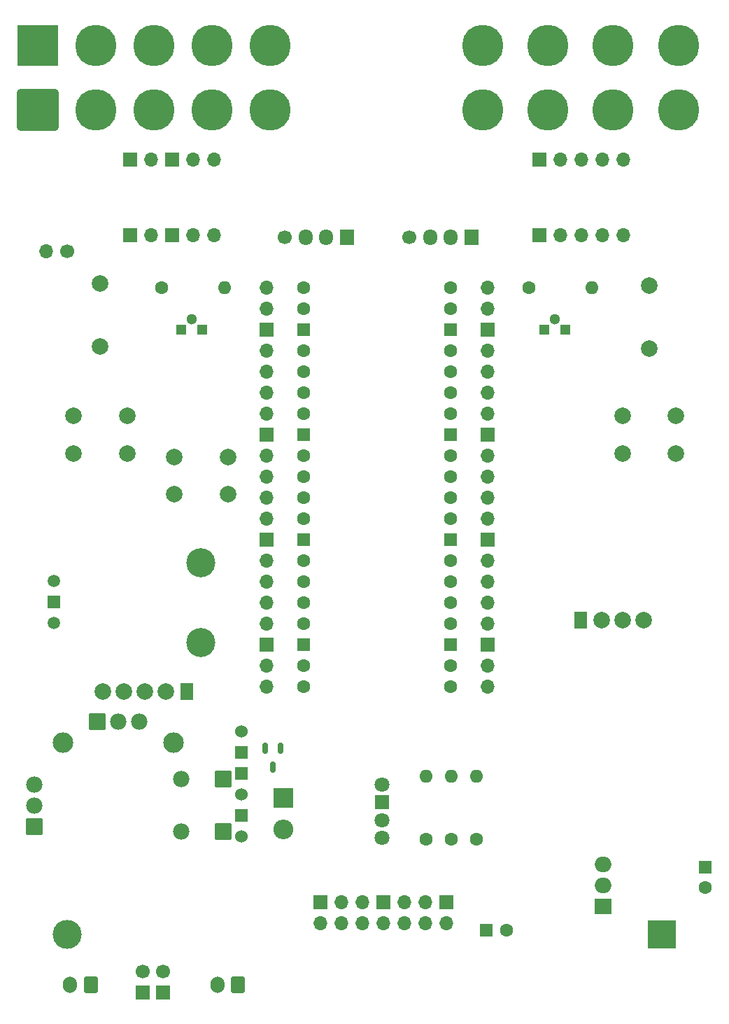
<source format=gbr>
%TF.GenerationSoftware,KiCad,Pcbnew,7.0.6*%
%TF.CreationDate,2023-09-03T15:23:35-03:00*%
%TF.ProjectId,bitdoglab_v41,62697464-6f67-46c6-9162-5f7634312e6b,rev?*%
%TF.SameCoordinates,Original*%
%TF.FileFunction,Soldermask,Bot*%
%TF.FilePolarity,Negative*%
%FSLAX46Y46*%
G04 Gerber Fmt 4.6, Leading zero omitted, Abs format (unit mm)*
G04 Created by KiCad (PCBNEW 7.0.6) date 2023-09-03 15:23:35*
%MOMM*%
%LPD*%
G01*
G04 APERTURE LIST*
G04 Aperture macros list*
%AMRoundRect*
0 Rectangle with rounded corners*
0 $1 Rounding radius*
0 $2 $3 $4 $5 $6 $7 $8 $9 X,Y pos of 4 corners*
0 Add a 4 corners polygon primitive as box body*
4,1,4,$2,$3,$4,$5,$6,$7,$8,$9,$2,$3,0*
0 Add four circle primitives for the rounded corners*
1,1,$1+$1,$2,$3*
1,1,$1+$1,$4,$5*
1,1,$1+$1,$6,$7*
1,1,$1+$1,$8,$9*
0 Add four rect primitives between the rounded corners*
20,1,$1+$1,$2,$3,$4,$5,0*
20,1,$1+$1,$4,$5,$6,$7,0*
20,1,$1+$1,$6,$7,$8,$9,0*
20,1,$1+$1,$8,$9,$2,$3,0*%
%AMFreePoly0*
4,1,5,1.000000,-0.762000,-1.000000,-0.762000,-1.000000,0.762000,1.000000,0.762000,1.000000,-0.762000,1.000000,-0.762000,$1*%
G04 Aperture macros list end*
%ADD10RoundRect,0.320515X2.179485X-2.179485X2.179485X2.179485X-2.179485X2.179485X-2.179485X-2.179485X0*%
%ADD11R,5.000000X5.000000*%
%ADD12C,5.000000*%
%ADD13RoundRect,0.102000X-0.889000X0.889000X-0.889000X-0.889000X0.889000X-0.889000X0.889000X0.889000X0*%
%ADD14C,1.982000*%
%ADD15C,2.490000*%
%ADD16C,1.700000*%
%ADD17O,1.700000X1.950000*%
%ADD18R,1.700000X1.950000*%
%ADD19C,2.000000*%
%ADD20R,1.600000X1.600000*%
%ADD21C,1.600000*%
%ADD22O,1.700000X1.700000*%
%ADD23R,1.700000X1.700000*%
%ADD24RoundRect,0.250000X0.600000X0.750000X-0.600000X0.750000X-0.600000X-0.750000X0.600000X-0.750000X0*%
%ADD25O,1.700000X2.000000*%
%ADD26C,1.800000*%
%ADD27R,1.800000X1.800000*%
%ADD28C,1.508000*%
%ADD29R,1.508000X1.508000*%
%ADD30C,3.516000*%
%ADD31R,2.400000X2.400000*%
%ADD32O,2.400000X2.400000*%
%ADD33FreePoly0,270.000000*%
%ADD34R,2.000000X1.905000*%
%ADD35O,2.000000X1.905000*%
%ADD36R,1.600000X2.000000*%
%ADD37C,3.500000*%
%ADD38R,3.500000X3.500000*%
%ADD39O,1.600000X1.600000*%
%ADD40RoundRect,0.150000X-0.150000X0.512500X-0.150000X-0.512500X0.150000X-0.512500X0.150000X0.512500X0*%
%ADD41R,1.300000X1.300000*%
%ADD42C,1.300000*%
%ADD43C,1.524000*%
%ADD44R,1.524000X1.524000*%
%ADD45RoundRect,0.200000X0.600000X0.600000X-0.600000X0.600000X-0.600000X-0.600000X0.600000X-0.600000X0*%
G04 APERTURE END LIST*
D10*
%TO.C,J7*%
X91691500Y-45758100D03*
D11*
X91691500Y-37958100D03*
%TD*%
D12*
%TO.C,J16*%
X153390600Y-45751750D03*
X153390600Y-37951750D03*
%TD*%
D13*
%TO.C,REF\u002A\u002A*%
X114096800Y-126720600D03*
X114096800Y-133070600D03*
D14*
X109016800Y-126720600D03*
X109016800Y-133070600D03*
X91236800Y-127355600D03*
X91236800Y-129895600D03*
D13*
X91236800Y-132435600D03*
D15*
X108064300Y-122275600D03*
X94729300Y-122275600D03*
D14*
X103936800Y-119735600D03*
X101396800Y-119735600D03*
D13*
X98856800Y-119735600D03*
%TD*%
D16*
%TO.C,J101*%
X136628800Y-61214000D03*
D17*
X139128800Y-61214000D03*
X141628800Y-61214000D03*
D18*
X144128800Y-61214000D03*
%TD*%
D19*
%TO.C,SW2*%
X95989000Y-82804000D03*
X102489000Y-82804000D03*
X95989000Y-87304000D03*
X102489000Y-87304000D03*
%TD*%
%TO.C,BZ3*%
X165660000Y-67010000D03*
X165660000Y-74610000D03*
%TD*%
D20*
%TO.C,C*%
X145897600Y-144983200D03*
D21*
X148397600Y-144983200D03*
%TD*%
D22*
%TO.C,J13*%
X162555000Y-51809650D03*
X160015000Y-51809650D03*
X157475000Y-51809650D03*
X154935000Y-51809650D03*
D23*
X152395000Y-51809650D03*
%TD*%
D24*
%TO.C,CARGA_SOLAR_5V*%
X115911000Y-151638000D03*
D25*
X113411000Y-151638000D03*
%TD*%
D26*
%TO.C,D2*%
X133350000Y-127381000D03*
D27*
X133350000Y-129540000D03*
D26*
X133350000Y-131699000D03*
X133350000Y-133858000D03*
%TD*%
D23*
%TO.C,a100*%
X104350000Y-152550000D03*
%TD*%
D28*
%TO.C,U4*%
X93599000Y-102743000D03*
D29*
X93599000Y-105283000D03*
D28*
X93599000Y-107823000D03*
D30*
X111379000Y-100584000D03*
X111379000Y-110236000D03*
%TD*%
D31*
%TO.C,Diode Shottky*%
X121412000Y-128986000D03*
D32*
X121412000Y-132796000D03*
%TD*%
D12*
%TO.C,J9*%
X105712300Y-45758100D03*
X105712300Y-37958100D03*
%TD*%
D16*
%TO.C,a102*%
X104343200Y-150012400D03*
%TD*%
D23*
%TO.C,a101*%
X106850000Y-152550000D03*
%TD*%
D12*
%TO.C,J10*%
X112722700Y-45758100D03*
X112722700Y-37958100D03*
%TD*%
D23*
%TO.C,J2*%
X141071600Y-141655800D03*
D22*
X141071600Y-144195800D03*
X138531600Y-141655800D03*
X138531600Y-144195800D03*
X135991600Y-141655800D03*
X135991600Y-144195800D03*
D23*
X133451600Y-141655800D03*
D22*
X133451600Y-144195800D03*
X130911600Y-141655800D03*
X130911600Y-144195800D03*
X128371600Y-141655800D03*
X128371600Y-144195800D03*
D23*
X125831600Y-141655800D03*
D22*
X125831600Y-144195800D03*
%TD*%
D24*
%TO.C,V_BAT*%
X98074800Y-151638000D03*
D25*
X95574800Y-151638000D03*
%TD*%
D16*
%TO.C,J4*%
X95250000Y-62890400D03*
D22*
X92710000Y-62890400D03*
%TD*%
%TO.C,J12*%
X162555000Y-60960000D03*
X160015000Y-60960000D03*
X157475000Y-60960000D03*
X154935000Y-60960000D03*
D23*
X152395000Y-60960000D03*
%TD*%
D33*
%TO.C,J19*%
X109720000Y-116100000D03*
D19*
X107180000Y-116100000D03*
X104640000Y-116100000D03*
X102100000Y-116100000D03*
X99560000Y-116100000D03*
%TD*%
D12*
%TO.C,J18*%
X169189400Y-45751750D03*
X169189400Y-37951750D03*
%TD*%
%TO.C,J15*%
X145491200Y-45751750D03*
X145491200Y-37951750D03*
%TD*%
D19*
%TO.C,BZ1*%
X99239000Y-66756000D03*
X99239000Y-74356000D03*
%TD*%
D34*
%TO.C,U1*%
X160070800Y-142087600D03*
D35*
X160070800Y-139547600D03*
X160070800Y-137007600D03*
%TD*%
D16*
%TO.C,a103*%
X106843200Y-150012400D03*
%TD*%
D12*
%TO.C,J17*%
X161290000Y-45751750D03*
X161290000Y-37951750D03*
%TD*%
D16*
%TO.C,J100*%
X121582800Y-61214000D03*
D17*
X124082800Y-61214000D03*
X126582800Y-61214000D03*
D18*
X129082800Y-61214000D03*
%TD*%
D19*
%TO.C,SW3*%
X162410000Y-82804000D03*
X168910000Y-82804000D03*
X162410000Y-87304000D03*
X168910000Y-87304000D03*
%TD*%
D12*
%TO.C,J11*%
X119733100Y-45758100D03*
X119733100Y-37958100D03*
%TD*%
D36*
%TO.C,OLED*%
X157403800Y-107492800D03*
D19*
X159943800Y-107492800D03*
X162483800Y-107492800D03*
X165023800Y-107492800D03*
%TD*%
D22*
%TO.C,J5*%
X113030000Y-60950000D03*
X110490000Y-60950000D03*
D23*
X107950000Y-60950000D03*
D22*
X105410000Y-60950000D03*
D23*
X102870000Y-60950000D03*
%TD*%
%TO.C,J6*%
X102880000Y-51816000D03*
D22*
X105420000Y-51816000D03*
D23*
X107960000Y-51816000D03*
D22*
X110500000Y-51816000D03*
X113040000Y-51816000D03*
%TD*%
D20*
%TO.C,C*%
X172415200Y-137363200D03*
D21*
X172415200Y-139863200D03*
%TD*%
D12*
%TO.C,J8*%
X98701900Y-45758100D03*
X98701900Y-37958100D03*
%TD*%
D37*
%TO.C,BT1*%
X95199200Y-145542000D03*
D38*
X167199200Y-145542000D03*
%TD*%
D21*
%TO.C,Rg 220*%
X138684000Y-133985000D03*
D39*
X138684000Y-126365000D03*
%TD*%
D19*
%TO.C,SW1*%
X114694100Y-87761300D03*
X108194100Y-87761300D03*
X114694100Y-92261300D03*
X108194100Y-92261300D03*
%TD*%
D40*
%TO.C,Q1*%
X119141200Y-122972400D03*
X121041200Y-122972400D03*
X120091200Y-125247400D03*
%TD*%
D41*
%TO.C,Q3*%
X155459200Y-72390000D03*
D42*
X154189200Y-71120000D03*
D41*
X152919200Y-72390000D03*
%TD*%
D21*
%TO.C,Rb 150*%
X144780000Y-133985000D03*
D39*
X144780000Y-126365000D03*
%TD*%
D41*
%TO.C,Q2*%
X111568000Y-72390000D03*
D42*
X110298000Y-71120000D03*
D41*
X109028000Y-72390000D03*
%TD*%
D22*
%TO.C,J1*%
X146126200Y-67284600D03*
X146126200Y-69824600D03*
D23*
X146126200Y-72364600D03*
D22*
X146126200Y-74904600D03*
X146126200Y-77444600D03*
X146126200Y-79984600D03*
X146126200Y-82524600D03*
D23*
X146126200Y-85064600D03*
D22*
X146126200Y-87604600D03*
X146126200Y-90144600D03*
X146126200Y-92684600D03*
X146126200Y-95224600D03*
D23*
X146126200Y-97764600D03*
D22*
X146126200Y-100304600D03*
X146126200Y-102844600D03*
X146126200Y-105384600D03*
X146126200Y-107924600D03*
D23*
X146126200Y-110464600D03*
D22*
X146126200Y-113004600D03*
X146126200Y-115544600D03*
%TD*%
D21*
%TO.C,R1*%
X106680000Y-67310000D03*
D39*
X114300000Y-67310000D03*
%TD*%
D21*
%TO.C,R2*%
X151130000Y-67310000D03*
D39*
X158750000Y-67310000D03*
%TD*%
D43*
%TO.C,Charge DisCharge*%
X116286600Y-133692100D03*
D44*
X116286600Y-131152100D03*
D43*
X116286600Y-128612100D03*
D44*
X116286600Y-126072100D03*
X116286600Y-123532100D03*
D43*
X116286600Y-120992100D03*
%TD*%
D22*
%TO.C,J3*%
X119380000Y-115544600D03*
X119380000Y-113004600D03*
D23*
X119380000Y-110464600D03*
D22*
X119380000Y-107924600D03*
X119380000Y-105384600D03*
X119380000Y-102844600D03*
X119380000Y-100304600D03*
D23*
X119380000Y-97764600D03*
D22*
X119380000Y-95224600D03*
X119380000Y-92684600D03*
X119380000Y-90144600D03*
X119380000Y-87604600D03*
D23*
X119380000Y-85064600D03*
D22*
X119380000Y-82524600D03*
X119380000Y-79984600D03*
X119380000Y-77444600D03*
X119380000Y-74904600D03*
D23*
X119380000Y-72364600D03*
D22*
X119380000Y-69824600D03*
X119380000Y-67284600D03*
%TD*%
D21*
%TO.C,Rr 220*%
X141732000Y-133985000D03*
D39*
X141732000Y-126365000D03*
%TD*%
D21*
%TO.C,A1*%
X141657400Y-67310000D03*
X141657400Y-69850000D03*
D45*
X141657400Y-72390000D03*
D21*
X141657400Y-74930000D03*
X141657400Y-77470000D03*
X141657400Y-80010000D03*
X141657400Y-82550000D03*
D45*
X141657400Y-85090000D03*
D21*
X141657400Y-87630000D03*
X141657400Y-90170000D03*
X141657400Y-92710000D03*
X141657400Y-95250000D03*
D45*
X141657400Y-97790000D03*
D21*
X141657400Y-100330000D03*
X141657400Y-102870000D03*
X141615519Y-105410000D03*
X141657400Y-107950000D03*
D45*
X141657400Y-110490000D03*
D21*
X141657400Y-113030000D03*
X141657400Y-115570000D03*
X123877400Y-115570000D03*
X123877400Y-113030000D03*
D45*
X123877400Y-110490000D03*
D21*
X123877400Y-107950000D03*
X123877400Y-105410000D03*
X123877400Y-102870000D03*
X123877400Y-100330000D03*
D45*
X123877400Y-97790000D03*
D21*
X123877400Y-95250000D03*
X123877400Y-92710000D03*
X123877400Y-90170000D03*
X123877400Y-87630000D03*
D45*
X123877400Y-85090000D03*
D21*
X123877400Y-82550000D03*
X123877400Y-80010000D03*
X123877400Y-77470000D03*
X123877400Y-74930000D03*
D45*
X123877400Y-72390000D03*
D21*
X123877400Y-69850000D03*
X123877400Y-67310000D03*
%TD*%
M02*

</source>
